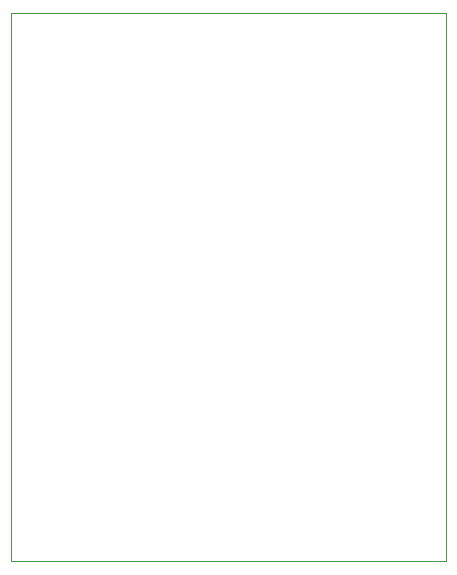
<source format=gbr>
%TF.GenerationSoftware,KiCad,Pcbnew,(5.1.10)-1*%
%TF.CreationDate,2021-10-26T01:17:56+07:00*%
%TF.ProjectId,first,66697273-742e-46b6-9963-61645f706362,rev?*%
%TF.SameCoordinates,Original*%
%TF.FileFunction,Profile,NP*%
%FSLAX46Y46*%
G04 Gerber Fmt 4.6, Leading zero omitted, Abs format (unit mm)*
G04 Created by KiCad (PCBNEW (5.1.10)-1) date 2021-10-26 01:17:56*
%MOMM*%
%LPD*%
G01*
G04 APERTURE LIST*
%TA.AperFunction,Profile*%
%ADD10C,0.050000*%
%TD*%
G04 APERTURE END LIST*
D10*
X70485000Y-70485000D02*
X70485000Y-71120000D01*
X107315000Y-70485000D02*
X70485000Y-70485000D01*
X107315000Y-116840000D02*
X107315000Y-70485000D01*
X70485000Y-116840000D02*
X107315000Y-116840000D01*
X70485000Y-71120000D02*
X70485000Y-116840000D01*
M02*

</source>
